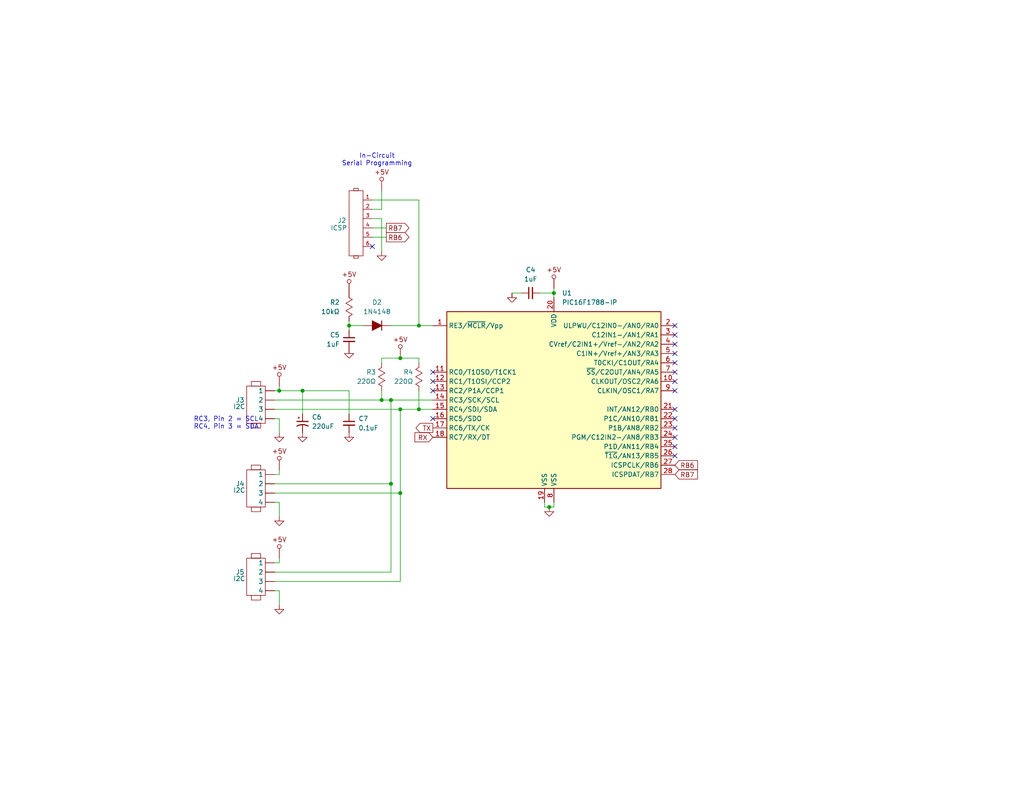
<source format=kicad_sch>
(kicad_sch (version 20231120) (generator "eeschema") (generator_version "8.0")
  (paper "A")
  (title_block (title "Laser Arcade Master") (date "2025-04-17") (rev "A") (company "Idaho State University"))
  (lib_symbols
    (symbol "0_AKeller_Parts:Header_1x6"
      (property "Reference" "J" (at 4.826 13.208 0))
      (symbol "Header_1x6_0_1"
        (rectangle (start 0 13.97) (end 3.81 -3.81))
        (rectangle (start 1.27 -3.81) (end 2.54 -4.445))
        (rectangle (start 2.54 13.97) (end 1.27 14.605))
      )
      (symbol "Header_1x6_1_1"
        (pin passive line (at -2.54 11.43 0) (length 2.54) (name "") (number "1"))
        (pin passive line (at -2.54 8.89 0) (length 2.54) (name "") (number "2"))
        (pin passive line (at -2.54 6.35 0) (length 2.54) (name "") (number "3"))
        (pin passive line (at -2.54 3.81 0) (length 2.54) (name "") (number "4"))
        (pin passive line (at -2.54 1.27 0) (length 2.54) (name "") (number "5"))
        (pin passive line (at -2.54 -1.27 0) (length 2.54) (name "") (number "6"))
      )
    )
    (symbol "AW_Libraries_Power:GND" (power) (pin_numbers hide) (pin_names (offset 0) hide) (in_bom no) (on_board no)
      (symbol "GND_0_1"
        (polyline (pts (xy -1.27 0) (xy 1.27 0) (xy 0 -1.27) (xy -1.27 0)))
      )
      (symbol "GND_1_1"
        (pin input line (at 0 1.27 270) (length 1.27) (name "GND") (number ""))
      )
    )
    (symbol "Device:C_Polarized_Small_US" (pin_numbers hide) (pin_names (offset 0.254) hide)
      (property "Reference" "C" (at 0.254 1.778 0))
      (property "Value" "C_Polarized_Small_US" (at 0.254 -2.032 0))
      (symbol "C_Polarized_Small_US_0_1"
        (polyline (pts (xy -1.524 0.508) (xy 1.524 0.508)) (stroke (width 0.3048)))
        (polyline (pts (xy -1.27 1.524) (xy -0.762 1.524)))
        (polyline (pts (xy -1.016 1.27) (xy -1.016 1.778)))
        (arc (start 1.524 -0.762) (mid 0 -0.3734) (end -1.524 -0.762) (stroke (width 0.3048)))
      )
      (symbol "C_Polarized_Small_US_1_1"
        (pin passive line (at 0 2.54 270) (length 2.032) (name "~") (number "1"))
        (pin passive line (at 0 -2.54 90) (length 2.032) (name "~") (number "2"))
      )
    )
    (symbol "Device:C_Small" (pin_numbers hide) (pin_names (offset 0.254) hide)
      (property "Reference" "C" (at 0.254 1.778 0))
      (property "Value" "C_Small" (at 0.254 -2.032 0))
      (symbol "C_Small_0_1"
        (polyline (pts (xy -1.524 -0.508) (xy 1.524 -0.508)) (stroke (width 0.3302)))
        (polyline (pts (xy -1.524 0.508) (xy 1.524 0.508)) (stroke (width 0.3048)))
      )
      (symbol "C_Small_1_1"
        (pin passive line (at 0 2.54 270) (length 2.032) (name "~") (number "1"))
        (pin passive line (at 0 -2.54 90) (length 2.032) (name "~") (number "2"))
      )
    )
    (symbol "Device:D_Filled" (pin_numbers hide) (pin_names (offset 1.016) hide)
      (property "Reference" "D" (at 0 2.54 0))
      (property "Value" "D_Filled" (at 0 -2.54 0))
      (symbol "D_Filled_0_1"
        (polyline (pts (xy -1.27 1.27) (xy -1.27 -1.27)) (stroke (width 0.254)))
        (polyline (pts (xy 1.27 0) (xy -1.27 0)))
        (polyline (pts (xy 1.27 1.27) (xy 1.27 -1.27) (xy -1.27 0) (xy 1.27 1.27)) (stroke (width 0.254)) (fill (type outline)))
      )
      (symbol "D_Filled_1_1"
        (pin passive line (at -3.81 0 0) (length 2.54) (name "K") (number "1"))
        (pin passive line (at 3.81 0 180) (length 2.54) (name "A") (number "2"))
      )
    )
    (symbol "Libraries:+5V" (power) (pin_numbers hide) (pin_names (offset 0)) (in_bom no) (on_board no)
      (symbol "+5V_0_1"
        (circle (center 0 1.905) (radius 0.5236))
      )
      (symbol "+5V_1_0"
        (text "+5V" (at 0 3.81 0) (effects (font (size 1.27 1.27))))
      )
      (symbol "+5V_1_1"
        (pin power_in line (at 0 -1.27 90) (length 2.54) (name "") (number ""))
      )
    )
    (symbol "Libraries:Header_1x4" (pin_numbers hide)
      (property "Reference" "J" (at 0 10.16 0))
      (property "Value" "1x4_Header" (at 0 7.62 0))
      (symbol "Header_1x4_0_1"
        (rectangle (start -2.54 5.08) (end 2.54 -5.08))
        (rectangle (start -1.27 -5.08) (end 1.27 -6.35))
        (rectangle (start -1.27 6.35) (end 1.27 5.08))
      )
      (symbol "Header_1x4_1_1"
        (pin passive line (at -5.08 3.81 0) (length 2.54) (name "1") (number "1"))
        (pin passive line (at -5.08 1.27 0) (length 2.54) (name "2") (number "2"))
        (pin passive line (at -5.08 -1.27 0) (length 2.54) (name "3") (number "3"))
        (pin passive line (at -5.08 -3.81 0) (length 2.54) (name "4") (number "4"))
      )
    )
    (symbol "Libraries:PIC16F1788"
      (property "Reference" "U" (at 0 0 0))
      (property "Value" "PIC16F1788-IP" (at 6.858 -2.286 0))
      (symbol "PIC16F1788_0_1"
        (rectangle (start -31.75 -3.81) (end 26.67 -52.07) (stroke (width 0.254)) (fill (type background)))
      )
      (symbol "PIC16F1788_1_1"
        (pin bidirectional line (at -35.56 -7.62 0) (length 3.81) (name "RE3/~{MCLR}/Vpp") (number "1"))
        (pin bidirectional line (at 30.48 -22.86 180) (length 3.81) (name "CLKOUT/OSC2/RA6") (number "10"))
        (pin bidirectional line (at -35.56 -20.32 0) (length 3.81) (name "RC0/T1OSO/T1CK1") (number "11"))
        (pin bidirectional line (at -35.56 -22.86 0) (length 3.81) (name "RC1/T1OSI/CCP2") (number "12"))
        (pin bidirectional line (at -35.56 -25.4 0) (length 3.81) (name "RC2/P1A/CCP1") (number "13"))
        (pin bidirectional line (at -35.56 -27.94 0) (length 3.81) (name "RC3/SCK/SCL") (number "14"))
        (pin bidirectional line (at -35.56 -30.48 0) (length 3.81) (name "RC4/SDI/SDA") (number "15"))
        (pin bidirectional line (at -35.56 -33.02 0) (length 3.81) (name "RC5/SDO") (number "16"))
        (pin bidirectional line (at -35.56 -35.56 0) (length 3.81) (name "RC6/TX/CK") (number "17"))
        (pin bidirectional line (at -35.56 -38.1 0) (length 3.81) (name "RC7/RX/DT") (number "18"))
        (pin power_in line (at -5.08 -55.88 90) (length 3.81) (name "VSS") (number "19"))
        (pin bidirectional line (at 30.48 -7.62 180) (length 3.81) (name "ULPWU/C12IN0-/AN0/RA0") (number "2"))
        (pin power_in line (at -2.54 0 270) (length 3.81) (name "VDD") (number "20"))
        (pin bidirectional line (at 30.48 -30.48 180) (length 3.81) (name "INT/AN12/RB0") (number "21"))
        (pin bidirectional line (at 30.48 -33.02 180) (length 3.81) (name "P1C/AN10/RB1") (number "22"))
        (pin bidirectional line (at 30.48 -35.56 180) (length 3.81) (name "P1B/AN8/RB2") (number "23"))
        (pin bidirectional line (at 30.48 -38.1 180) (length 3.81) (name "PGM/C12IN2-/AN8/RB3") (number "24"))
        (pin bidirectional line (at 30.48 -40.64 180) (length 3.81) (name "P1D/AN11/RB4") (number "25"))
        (pin bidirectional line (at 30.48 -43.18 180) (length 3.81) (name "~{T1G}/AN13/RB5") (number "26"))
        (pin bidirectional line (at 30.48 -45.72 180) (length 3.81) (name "ICSPCLK/RB6") (number "27"))
        (pin bidirectional line (at 30.48 -48.26 180) (length 3.81) (name "ICSPDAT/RB7") (number "28"))
        (pin bidirectional line (at 30.48 -10.16 180) (length 3.81) (name "C12IN1-/AN1/RA1") (number "3"))
        (pin bidirectional line (at 30.48 -12.7 180) (length 3.81) (name "CVref/C2IN1+/Vref-/AN2/RA2") (number "4"))
        (pin bidirectional line (at 30.48 -15.24 180) (length 3.81) (name "C1IN+/Vref+/AN3/RA3") (number "5"))
        (pin bidirectional line (at 30.48 -17.78 180) (length 3.81) (name "T0CKI/C1OUT/RA4") (number "6"))
        (pin bidirectional line (at 30.48 -20.32 180) (length 3.81) (name "~{SS}/C2OUT/AN4/RA5") (number "7"))
        (pin power_in line (at -2.54 -55.88 90) (length 3.81) (name "VSS") (number "8"))
        (pin input line (at 30.48 -25.4 180) (length 3.81) (name "CLKIN/OSC1/RA7") (number "9"))
      )
    )
    (symbol "Libraries:R_Custom" (pin_numbers hide) (pin_names (offset 1.016) hide)
      (property "Reference" "R1" (at 0 6.35 0))
      (property "Value" "RΩ" (at 0 3.81 0))
      (symbol "R_Custom_0_1"
        (polyline (pts (xy -2.54 0) (xy -2.032 0.889) (xy -1.524 0) (xy -1.016 -0.889) (xy -0.508 0) (xy 0 0.889) (xy 0.508 0) (xy 1.016 -0.889) (xy 1.524 0) (xy 2.032 0.889) (xy 2.54 0)))
      )
      (symbol "R_Custom_1_1"
        (pin passive line (at -3.81 0 0) (length 1.27) (name "") (number "1"))
        (pin passive line (at 3.81 0 180) (length 1.27) (name "") (number "2"))
      )
    )
    (symbol "power:GND" (power) (pin_names (offset 0))
      (property "Value" "GND" (at 0 -3.81 0))
      (symbol "GND_0_1"
        (polyline (pts (xy 0 0) (xy 0 -1.27) (xy 1.27 -1.27) (xy 0 -2.54) (xy -1.27 -1.27) (xy 0 -1.27)))
      )
      (symbol "GND_1_1"
        (pin power_in line (at 0 0 270) (length 0) hide (name "GND") (number "1"))
      )
    )
  )
  (junction (at 106.68 109.22))
  (junction (at 149.86 138.43))
  (junction (at 114.3 88.9))
  (junction (at 95.25 88.9))
  (junction (at 104.14 109.22))
  (junction (at 114.3 111.76))
  (junction (at 82.55 106.68))
  (junction (at 109.22 97.79))
  (junction (at 109.22 134.62))
  (junction (at 106.68 132.08))
  (junction (at 109.22 111.76))
  (junction (at 76.2 106.68))
  (junction (at 151.13 80.01))
  (no_connect (at 184.15 101.6))
  (no_connect (at 184.15 93.98))
  (no_connect (at 184.15 96.52))
  (no_connect (at 184.15 106.68))
  (no_connect (at 184.15 104.14))
  (no_connect (at 184.15 121.92))
  (no_connect (at 101.6 67.31))
  (no_connect (at 118.11 114.3))
  (no_connect (at 184.15 111.76))
  (no_connect (at 184.15 119.38))
  (no_connect (at 118.11 101.6))
  (no_connect (at 184.15 124.46))
  (no_connect (at 184.15 88.9))
  (no_connect (at 118.11 104.14))
  (no_connect (at 184.15 91.44))
  (no_connect (at 184.15 114.3))
  (no_connect (at 184.15 116.84))
  (no_connect (at 118.11 106.68))
  (no_connect (at 184.15 99.06))
  (wire (pts (xy 104.14 52.07) (xy 104.14 57.15)))
  (wire (pts (xy 114.3 54.61) (xy 114.3 88.9)))
  (wire (pts (xy 114.3 111.76) (xy 118.11 111.76)))
  (wire (pts (xy 104.14 99.06) (xy 104.14 97.79)))
  (wire (pts (xy 76.2 137.16) (xy 74.93 137.16)))
  (wire (pts (xy 101.6 64.77) (xy 105.41 64.77)))
  (wire (pts (xy 74.93 158.75) (xy 109.22 158.75)))
  (wire (pts (xy 95.25 106.68) (xy 95.25 113.03)))
  (wire (pts (xy 118.11 88.9) (xy 114.3 88.9)))
  (wire (pts (xy 76.2 128.27) (xy 76.2 129.54)))
  (wire (pts (xy 101.6 57.15) (xy 104.14 57.15)))
  (wire (pts (xy 95.25 87.63) (xy 95.25 88.9)))
  (wire (pts (xy 149.86 138.43) (xy 148.59 138.43)))
  (wire (pts (xy 109.22 134.62) (xy 109.22 111.76)))
  (wire (pts (xy 151.13 80.01) (xy 151.13 81.28)))
  (wire (pts (xy 74.93 156.21) (xy 106.68 156.21)))
  (wire (pts (xy 101.6 62.23) (xy 105.41 62.23)))
  (wire (pts (xy 151.13 138.43) (xy 149.86 138.43)))
  (wire (pts (xy 109.22 97.79) (xy 114.3 97.79)))
  (wire (pts (xy 114.3 106.68) (xy 114.3 111.76)))
  (wire (pts (xy 151.13 137.16) (xy 151.13 138.43)))
  (wire (pts (xy 101.6 59.69) (xy 104.14 59.69)))
  (wire (pts (xy 76.2 106.68) (xy 74.93 106.68)))
  (wire (pts (xy 106.68 109.22) (xy 118.11 109.22)))
  (wire (pts (xy 114.3 97.79) (xy 114.3 99.06)))
  (wire (pts (xy 106.68 132.08) (xy 106.68 109.22)))
  (wire (pts (xy 82.55 106.68) (xy 76.2 106.68)))
  (wire (pts (xy 139.7 80.01) (xy 142.24 80.01)))
  (wire (pts (xy 76.2 114.3) (xy 74.93 114.3)))
  (wire (pts (xy 104.14 59.69) (xy 104.14 68.58)))
  (wire (pts (xy 76.2 129.54) (xy 74.93 129.54)))
  (wire (pts (xy 147.32 80.01) (xy 151.13 80.01)))
  (wire (pts (xy 82.55 106.68) (xy 95.25 106.68)))
  (wire (pts (xy 76.2 137.16) (xy 76.2 140.97)))
  (wire (pts (xy 151.13 78.74) (xy 151.13 80.01)))
  (wire (pts (xy 104.14 97.79) (xy 109.22 97.79)))
  (wire (pts (xy 82.55 113.03) (xy 82.55 106.68)))
  (wire (pts (xy 99.06 88.9) (xy 95.25 88.9)))
  (wire (pts (xy 76.2 153.67) (xy 74.93 153.67)))
  (wire (pts (xy 104.14 109.22) (xy 106.68 109.22)))
  (wire (pts (xy 74.93 134.62) (xy 109.22 134.62)))
  (wire (pts (xy 76.2 161.29) (xy 76.2 165.1)))
  (wire (pts (xy 114.3 88.9) (xy 106.68 88.9)))
  (wire (pts (xy 74.93 109.22) (xy 104.14 109.22)))
  (wire (pts (xy 76.2 161.29) (xy 74.93 161.29)))
  (wire (pts (xy 148.59 138.43) (xy 148.59 137.16)))
  (wire (pts (xy 76.2 114.3) (xy 76.2 118.11)))
  (wire (pts (xy 76.2 152.4) (xy 76.2 153.67)))
  (wire (pts (xy 74.93 111.76) (xy 109.22 111.76)))
  (wire (pts (xy 106.68 156.21) (xy 106.68 132.08)))
  (wire (pts (xy 104.14 106.68) (xy 104.14 109.22)))
  (wire (pts (xy 95.25 88.9) (xy 95.25 90.17)))
  (wire (pts (xy 76.2 105.41) (xy 76.2 106.68)))
  (wire (pts (xy 109.22 111.76) (xy 114.3 111.76)))
  (wire (pts (xy 74.93 132.08) (xy 106.68 132.08)))
  (wire (pts (xy 101.6 54.61) (xy 114.3 54.61)))
  (wire (pts (xy 109.22 158.75) (xy 109.22 134.62)))
  (text "RC3, Pin 2 = SCL\nRC4, Pin 3 = SDA" (at 52.832 115.57 0) (effects (font (size 1.27 1.27)) (justify left)))
  (text "In-Circuit\nSerial Programming" (at 102.87 43.688 0) (effects (font (size 1.27 1.27))))
  (global_label "RX" (shape input) (at 118.11 119.38 180) (property "Intersheetrefs" "${INTERSHEET_REFS}" (effects (hide yes))))
  (global_label "TX" (shape output) (at 118.11 116.84 180) (property "Intersheetrefs" "${INTERSHEET_REFS}" (effects (hide yes))))
  (global_label "RB6" (shape input) (at 184.15 127 0) (property "Intersheetrefs" "${INTERSHEET_REFS}" (effects (hide yes))))
  (global_label "RB7" (shape output) (at 105.41 62.23 0) (property "Intersheetrefs" "${INTERSHEET_REFS}" (effects (hide yes))))
  (global_label "RB7" (shape input) (at 184.15 129.54 0) (property "Intersheetrefs" "${INTERSHEET_REFS}" (effects (hide yes))))
  (global_label "RB6" (shape output) (at 105.41 64.77 0) (property "Intersheetrefs" "${INTERSHEET_REFS}" (effects (hide yes))))
  (symbol (lib_id "Libraries:+5V") (at 109.22 96.52 0) (unit 1) (in_bom no) (on_board no)
    (property "Reference" "#+5V05" (effects (hide yes)))
    (property "Value" "+5V" (effects (hide yes)))
  )
  (symbol (lib_id "Device:D_Filled") (at 102.87 88.9 0) (mirror y) (unit 1)
    (property "Reference" "D2" (at 102.87 82.55 0))
    (property "Value" "1N4148" (at 102.87 85.09 0))
    (property "Footprint" "0_AKeller_Footprints:Diode_0805" (effects (hide yes)))
    (property "Description" "Diode, filled shape" (effects (hide yes)))
    (property "Sim.Device" "D" (effects (hide yes)))
    (property "Sim.Pins" "1=K 2=A" (effects (hide yes)))
  )
  (symbol (lib_id "Libraries:PIC16F1788") (at 153.67 81.28 0) (unit 1)
    (property "Reference" "U1" (at 153.3241 80.01 0) (effects (justify left)))
    (property "Value" "PIC16F1788-IP" (at 153.3241 82.55 0) (effects (justify left)))
    (property "Footprint" "0_AKeller_Footprints:SSOP-28" (effects (hide yes)))
    (property "Description" "ABIN-COUT" (effects (hide yes)))
  )
  (symbol (lib_id "Libraries:R_Custom") (at 95.25 83.82 270) (mirror x) (unit 1)
    (property "Reference" "R2" (at 92.71 82.5499 90) (effects (justify right)))
    (property "Value" "10kΩ" (at 92.71 85.0899 90) (effects (justify right)))
    (property "Footprint" "Resistor_SMD:R_0805_2012Metric_Pad1.20x1.40mm_HandSolder" (effects (hide yes)))
    (property "Description" "Custom Resistor" (effects (hide yes)))
  )
  (symbol (lib_id "Libraries:+5V") (at 104.14 50.8 0) (unit 1) (in_bom no) (on_board no)
    (property "Reference" "#+5V02" (effects (hide yes)))
    (property "Value" "+5V" (effects (hide yes)))
  )
  (symbol (lib_id "Libraries:Header_1x4") (at 69.85 157.48 0) (mirror y) (unit 1)
    (property "Reference" "J5" (at 65.532 156.21 0))
    (property "Value" "I2C" (at 65.278 157.988 0))
    (property "Footprint" "0_AKeller_Footprints:1x4_100mil_Header" (effects (hide yes)))
  )
  (symbol (lib_id "power:GND") (at 82.55 118.11 0) (unit 1)
    (property "Reference" "#PWR010" (effects (hide yes)))
    (property "Value" "GND" (effects (hide yes)))
    (property "Description" "Power symbol creates a global label with name \"GND\" , ground" (effects (hide yes)))
  )
  (symbol (lib_id "power:GND") (at 76.2 165.1 0) (unit 1)
    (property "Reference" "#PWR014" (effects (hide yes)))
    (property "Value" "GND" (effects (hide yes)))
    (property "Description" "Power symbol creates a global label with name \"GND\" , ground" (effects (hide yes)))
  )
  (symbol (lib_id "0_AKeller_Parts:Header_1x6") (at 99.06 66.04 0) (mirror y) (unit 1)
    (property "Reference" "J2" (at 94.488 60.198 0) (effects (justify left)))
    (property "Value" "ICSP" (at 94.742 62.23 0) (effects (justify left)))
    (property "Footprint" "0_AKeller_Footprints:1x6_100mil_Header" (effects (hide yes)))
  )
  (symbol (lib_id "Libraries:R_Custom") (at 104.14 102.87 90) (mirror x) (unit 1)
    (property "Reference" "R3" (at 102.616 101.6 90) (effects (justify left)))
    (property "Value" "220Ω" (at 102.616 104.14 90) (effects (justify left)))
    (property "Footprint" "Resistor_SMD:R_0805_2012Metric_Pad1.20x1.40mm_HandSolder" (effects (hide yes)))
    (property "Description" "Custom Resistor" (effects (hide yes)))
  )
  (symbol (lib_id "Device:C_Small") (at 144.78 80.01 90) (mirror x) (unit 1)
    (property "Reference" "C4" (at 144.7863 73.66 90))
    (property "Value" "1uF" (at 144.7863 76.2 90))
    (property "Footprint" "Capacitor_SMD:C_0805_2012Metric_Pad1.18x1.45mm_HandSolder" (effects (hide yes)))
    (property "Description" "Unpolarized capacitor, small symbol" (effects (hide yes)))
  )
  (symbol (lib_id "Libraries:+5V") (at 151.13 77.47 0) (unit 1) (in_bom no) (on_board no)
    (property "Reference" "#+5V03" (effects (hide yes)))
    (property "Value" "+5V" (effects (hide yes)))
  )
  (symbol (lib_id "power:GND") (at 95.25 118.11 0) (unit 1)
    (property "Reference" "#PWR011" (effects (hide yes)))
    (property "Value" "GND" (effects (hide yes)))
    (property "Description" "Power symbol creates a global label with name \"GND\" , ground" (effects (hide yes)))
  )
  (symbol (lib_id "Libraries:+5V") (at 76.2 151.13 0) (unit 1) (in_bom no) (on_board no)
    (property "Reference" "#+5V08" (effects (hide yes)))
    (property "Value" "+5V" (effects (hide yes)))
  )
  (symbol (lib_id "Libraries:+5V") (at 76.2 127 0) (unit 1) (in_bom no) (on_board no)
    (property "Reference" "#+5V07" (effects (hide yes)))
    (property "Value" "+5V" (effects (hide yes)))
  )
  (symbol (lib_id "Device:C_Small") (at 95.25 92.71 0) (mirror y) (unit 1)
    (property "Reference" "C5" (at 92.71 91.4462 0) (effects (justify left)))
    (property "Value" "1uF" (at 92.71 93.9862 0) (effects (justify left)))
    (property "Footprint" "Capacitor_SMD:C_0805_2012Metric_Pad1.18x1.45mm_HandSolder" (effects (hide yes)))
    (property "Description" "Unpolarized capacitor, small symbol" (effects (hide yes)))
  )
  (symbol (lib_id "power:GND") (at 149.86 138.43 0) (unit 1)
    (property "Reference" "#PWR012" (effects (hide yes)))
    (property "Value" "GND" (effects (hide yes)))
    (property "Description" "Power symbol creates a global label with name \"GND\" , ground" (effects (hide yes)))
  )
  (symbol (lib_id "power:GND") (at 104.14 68.58 0) (unit 1)
    (property "Reference" "#PWR06" (effects (hide yes)))
    (property "Value" "GND" (effects (hide yes)))
    (property "Description" "Power symbol creates a global label with name \"GND\" , ground" (effects (hide yes)))
  )
  (symbol (lib_id "AW_Libraries_Power:GND") (at 139.7 81.28 0) (mirror y) (unit 1) (in_bom no) (on_board no)
    (property "Reference" "#PWR07" (effects (hide yes)))
    (property "Value" "GND" (effects (hide yes)))
  )
  (symbol (lib_id "Libraries:R_Custom") (at 114.3 102.87 90) (mirror x) (unit 1)
    (property "Reference" "R4" (at 112.776 101.6 90) (effects (justify left)))
    (property "Value" "220Ω" (at 112.776 104.14 90) (effects (justify left)))
    (property "Footprint" "Resistor_SMD:R_0805_2012Metric_Pad1.20x1.40mm_HandSolder" (effects (hide yes)))
    (property "Description" "Custom Resistor" (effects (hide yes)))
  )
  (symbol (lib_id "AW_Libraries_Power:GND") (at 95.25 96.52 0) (mirror y) (unit 1) (in_bom no) (on_board no)
    (property "Reference" "#PWR08" (effects (hide yes)))
    (property "Value" "GND" (effects (hide yes)))
  )
  (symbol (lib_id "Libraries:+5V") (at 76.2 104.14 0) (unit 1) (in_bom no) (on_board no)
    (property "Reference" "#+5V06" (effects (hide yes)))
    (property "Value" "+5V" (effects (hide yes)))
  )
  (symbol (lib_id "Libraries:+5V") (at 95.25 78.74 0) (mirror y) (unit 1) (in_bom no) (on_board no)
    (property "Reference" "#+5V04" (effects (hide yes)))
    (property "Value" "+5V" (effects (hide yes)))
  )
  (symbol (lib_id "Libraries:Header_1x4") (at 69.85 133.35 0) (mirror y) (unit 1)
    (property "Reference" "J4" (at 65.532 132.08 0))
    (property "Value" "I2C" (at 65.278 133.858 0))
    (property "Footprint" "0_AKeller_Footprints:1x4_100mil_Header" (effects (hide yes)))
  )
  (symbol (lib_id "power:GND") (at 76.2 140.97 0) (unit 1)
    (property "Reference" "#PWR013" (effects (hide yes)))
    (property "Value" "GND" (effects (hide yes)))
    (property "Description" "Power symbol creates a global label with name \"GND\" , ground" (effects (hide yes)))
  )
  (symbol (lib_id "Device:C_Small") (at 95.25 115.57 0) (unit 1)
    (property "Reference" "C7" (at 97.79 114.3062 0) (effects (justify left)))
    (property "Value" "0.1uF" (at 97.79 116.8462 0) (effects (justify left)))
    (property "Footprint" "Capacitor_SMD:C_0805_2012Metric_Pad1.18x1.45mm_HandSolder" (effects (hide yes)))
    (property "Description" "Unpolarized capacitor, small symbol" (effects (hide yes)))
  )
  (symbol (lib_id "Device:C_Polarized_Small_US") (at 82.55 115.57 0) (unit 1)
    (property "Reference" "C6" (at 85.09 113.8681 0) (effects (justify left)))
    (property "Value" "220uF" (at 85.09 116.4081 0) (effects (justify left)))
    (property "Footprint" "Capacitor_THT:CP_Radial_D6.3mm_P2.50mm" (effects (hide yes)))
    (property "Description" "Polarized capacitor, small US symbol" (effects (hide yes)))
  )
  (symbol (lib_id "Libraries:Header_1x4") (at 69.85 110.49 0) (mirror y) (unit 1)
    (property "Reference" "J3" (at 65.532 109.22 0))
    (property "Value" "I2C" (at 65.278 110.998 0))
    (property "Footprint" "0_AKeller_Footprints:1x4_100mil_Header" (effects (hide yes)))
  )
  (symbol (lib_id "power:GND") (at 76.2 118.11 0) (unit 1)
    (property "Reference" "#PWR09" (effects (hide yes)))
    (property "Value" "GND" (effects (hide yes)))
    (property "Description" "Power symbol creates a global label with name \"GND\" , ground" (effects (hide yes)))
  )
)
</source>
